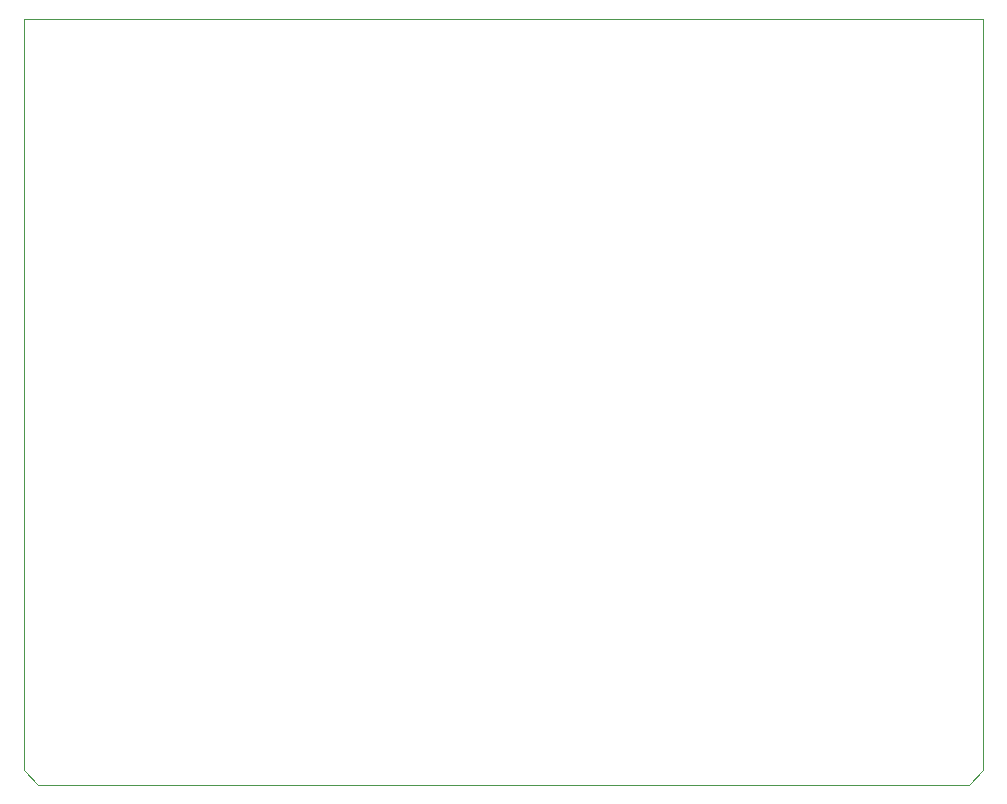
<source format=gbr>
G04 #@! TF.GenerationSoftware,KiCad,Pcbnew,(5.1.5)-3*
G04 #@! TF.CreationDate,2021-12-23T14:00:04+02:00*
G04 #@! TF.ProjectId,CPU,4350552e-6b69-4636-9164-5f7063625858,rev?*
G04 #@! TF.SameCoordinates,Original*
G04 #@! TF.FileFunction,Profile,NP*
%FSLAX46Y46*%
G04 Gerber Fmt 4.6, Leading zero omitted, Abs format (unit mm)*
G04 Created by KiCad (PCBNEW (5.1.5)-3) date 2021-12-23 14:00:04*
%MOMM*%
%LPD*%
G04 APERTURE LIST*
%ADD10C,0.050000*%
G04 APERTURE END LIST*
D10*
X99400000Y-59000000D02*
X180600000Y-59000000D01*
X99400000Y-116200000D02*
X99400000Y-59000000D01*
X180600000Y-114900000D02*
X180600000Y-59000000D01*
X99400000Y-122600000D02*
X99400000Y-116200000D01*
X100600000Y-123800000D02*
X99400000Y-122600000D01*
X179400000Y-123800000D02*
X100600000Y-123800000D01*
X180600000Y-122600000D02*
X180600000Y-114900000D01*
X179400000Y-123800000D02*
X180600000Y-122600000D01*
M02*

</source>
